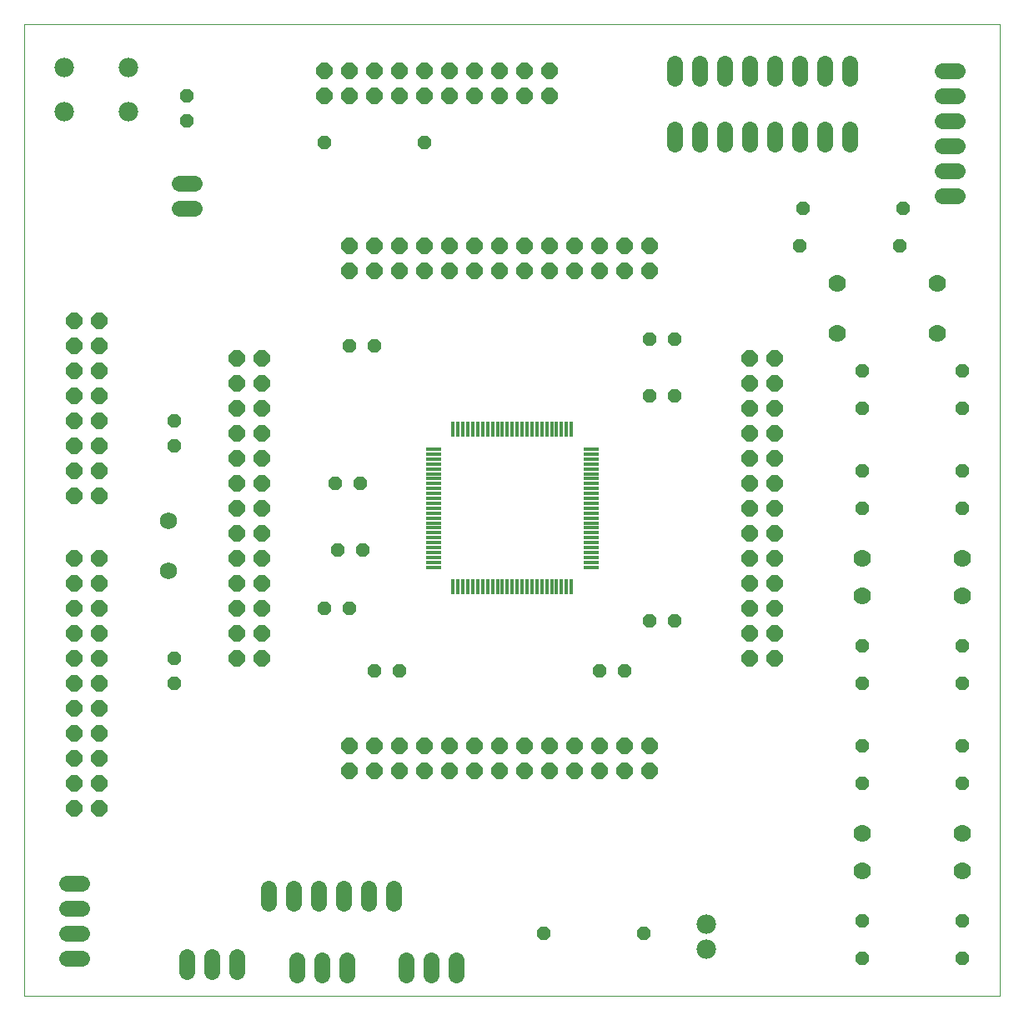
<source format=gts>
G75*
G70*
%OFA0B0*%
%FSLAX24Y24*%
%IPPOS*%
%LPD*%
%AMOC8*
5,1,8,0,0,1.08239X$1,22.5*
%
%ADD10C,0.0000*%
%ADD11C,0.0640*%
%ADD12OC8,0.0560*%
%ADD13OC8,0.0640*%
%ADD14C,0.0690*%
%ADD15C,0.0780*%
%ADD16R,0.0631X0.0158*%
%ADD17R,0.0158X0.0631*%
%ADD18R,0.0631X0.0178*%
%ADD19C,0.0700*%
D10*
X000160Y000930D02*
X000160Y039800D01*
X039152Y039800D01*
X039152Y000930D01*
X000160Y000930D01*
D11*
X001860Y002430D02*
X002460Y002430D01*
X002460Y003430D02*
X001860Y003430D01*
X001860Y004430D02*
X002460Y004430D01*
X002460Y005430D02*
X001860Y005430D01*
X006660Y002480D02*
X006660Y001880D01*
X007660Y001880D02*
X007660Y002480D01*
X008660Y002480D02*
X008660Y001880D01*
X011035Y001755D02*
X011035Y002355D01*
X012035Y002355D02*
X012035Y001755D01*
X013035Y001755D02*
X013035Y002355D01*
X012910Y004630D02*
X012910Y005230D01*
X011910Y005230D02*
X011910Y004630D01*
X010910Y004630D02*
X010910Y005230D01*
X009910Y005230D02*
X009910Y004630D01*
X013910Y004630D02*
X013910Y005230D01*
X014910Y005230D02*
X014910Y004630D01*
X015410Y002355D02*
X015410Y001755D01*
X016410Y001755D02*
X016410Y002355D01*
X017410Y002355D02*
X017410Y001755D01*
X006960Y032430D02*
X006360Y032430D01*
X006360Y033430D02*
X006960Y033430D01*
X026160Y035005D02*
X026160Y035605D01*
X027160Y035605D02*
X027160Y035005D01*
X028160Y035005D02*
X028160Y035605D01*
X029160Y035605D02*
X029160Y035005D01*
X030160Y035005D02*
X030160Y035605D01*
X031160Y035605D02*
X031160Y035005D01*
X032160Y035005D02*
X032160Y035605D01*
X033160Y035605D02*
X033160Y035005D01*
X033160Y037630D02*
X033160Y038230D01*
X032160Y038230D02*
X032160Y037630D01*
X031160Y037630D02*
X031160Y038230D01*
X030160Y038230D02*
X030160Y037630D01*
X029160Y037630D02*
X029160Y038230D01*
X028160Y038230D02*
X028160Y037630D01*
X027160Y037630D02*
X027160Y038230D01*
X026160Y038230D02*
X026160Y037630D01*
X036860Y037930D02*
X037460Y037930D01*
X037460Y036930D02*
X036860Y036930D01*
X036860Y035930D02*
X037460Y035930D01*
X037460Y034930D02*
X036860Y034930D01*
X036860Y033930D02*
X037460Y033930D01*
X037460Y032930D02*
X036860Y032930D01*
D12*
X035285Y032430D03*
X035160Y030930D03*
X031160Y030930D03*
X031285Y032430D03*
X026160Y027180D03*
X025160Y027180D03*
X025160Y024930D03*
X026160Y024930D03*
X033660Y024430D03*
X033660Y025930D03*
X033660Y021930D03*
X033660Y020430D03*
X037660Y020430D03*
X037660Y021930D03*
X037660Y024430D03*
X037660Y025930D03*
X037660Y014930D03*
X037660Y013430D03*
X037660Y010930D03*
X037660Y009430D03*
X033660Y009430D03*
X033660Y010930D03*
X033660Y013430D03*
X033660Y014930D03*
X026160Y015930D03*
X025160Y015930D03*
X024160Y013930D03*
X023160Y013930D03*
X015160Y013930D03*
X014160Y013930D03*
X013160Y016430D03*
X012160Y016430D03*
X012700Y018750D03*
X013700Y018750D03*
X013580Y021430D03*
X012580Y021430D03*
X013160Y026930D03*
X014160Y026930D03*
X012160Y035055D03*
X016160Y035055D03*
X006660Y035930D03*
X006660Y036930D03*
X006160Y023930D03*
X006160Y022930D03*
X006160Y014430D03*
X006160Y013430D03*
X020910Y003430D03*
X024910Y003430D03*
X033660Y003930D03*
X033660Y002430D03*
X037660Y002430D03*
X037660Y003930D03*
D13*
X030160Y014430D03*
X029160Y014430D03*
X029160Y015430D03*
X030160Y015430D03*
X030160Y016430D03*
X029160Y016430D03*
X029160Y017430D03*
X030160Y017430D03*
X030160Y018430D03*
X029160Y018430D03*
X029160Y019430D03*
X030160Y019430D03*
X030160Y020430D03*
X029160Y020430D03*
X029160Y021430D03*
X030160Y021430D03*
X030160Y022430D03*
X029160Y022430D03*
X029160Y023430D03*
X030160Y023430D03*
X030160Y024430D03*
X029160Y024430D03*
X029160Y025430D03*
X030160Y025430D03*
X030160Y026430D03*
X029160Y026430D03*
X025160Y029930D03*
X024160Y029930D03*
X023160Y029930D03*
X022160Y029930D03*
X021160Y029930D03*
X020160Y029930D03*
X019160Y029930D03*
X018160Y029930D03*
X017160Y029930D03*
X016160Y029930D03*
X015160Y029930D03*
X014160Y029930D03*
X013160Y029930D03*
X013160Y030930D03*
X014160Y030930D03*
X015160Y030930D03*
X016160Y030930D03*
X017160Y030930D03*
X018160Y030930D03*
X019160Y030930D03*
X020160Y030930D03*
X021160Y030930D03*
X022160Y030930D03*
X023160Y030930D03*
X024160Y030930D03*
X025160Y030930D03*
X021160Y036930D03*
X020160Y036930D03*
X020160Y037930D03*
X021160Y037930D03*
X019160Y037930D03*
X019160Y036930D03*
X018160Y036930D03*
X018160Y037930D03*
X017160Y037930D03*
X017160Y036930D03*
X016160Y036930D03*
X016160Y037930D03*
X015160Y037930D03*
X015160Y036930D03*
X014160Y036930D03*
X014160Y037930D03*
X013160Y037930D03*
X013160Y036930D03*
X012160Y036930D03*
X012160Y037930D03*
X003160Y027930D03*
X003160Y026930D03*
X003160Y025930D03*
X003160Y024930D03*
X003160Y023930D03*
X003160Y022930D03*
X003160Y021930D03*
X003160Y020930D03*
X002160Y020930D03*
X002160Y021930D03*
X002160Y022930D03*
X002160Y023930D03*
X002160Y024930D03*
X002160Y025930D03*
X002160Y026930D03*
X002160Y027930D03*
X008660Y026430D03*
X009660Y026430D03*
X009660Y025430D03*
X009660Y024430D03*
X008660Y024430D03*
X008660Y025430D03*
X008660Y023430D03*
X008660Y022430D03*
X009660Y022430D03*
X009660Y023430D03*
X009660Y021430D03*
X009660Y020430D03*
X008660Y020430D03*
X008660Y021430D03*
X008660Y019430D03*
X008660Y018430D03*
X009660Y018430D03*
X009660Y019430D03*
X009660Y017430D03*
X009660Y016430D03*
X008660Y016430D03*
X008660Y017430D03*
X008660Y015430D03*
X008660Y014430D03*
X009660Y014430D03*
X009660Y015430D03*
X013160Y010930D03*
X013160Y009930D03*
X014160Y009930D03*
X015160Y009930D03*
X016160Y009930D03*
X017160Y009930D03*
X018160Y009930D03*
X019160Y009930D03*
X020160Y009930D03*
X021160Y009930D03*
X022160Y009930D03*
X023160Y009930D03*
X024160Y009930D03*
X025160Y009930D03*
X025160Y010930D03*
X024160Y010930D03*
X023160Y010930D03*
X022160Y010930D03*
X021160Y010930D03*
X020160Y010930D03*
X019160Y010930D03*
X018160Y010930D03*
X017160Y010930D03*
X016160Y010930D03*
X015160Y010930D03*
X014160Y010930D03*
X003160Y010430D03*
X003160Y011430D03*
X002160Y011430D03*
X002160Y010430D03*
X002160Y009430D03*
X002160Y008430D03*
X003160Y008430D03*
X003160Y009430D03*
X003160Y012430D03*
X003160Y013430D03*
X002160Y013430D03*
X002160Y012430D03*
X002160Y014430D03*
X002160Y015430D03*
X003160Y015430D03*
X003160Y014430D03*
X003160Y016430D03*
X003160Y017430D03*
X002160Y017430D03*
X002160Y016430D03*
X002160Y018430D03*
X003160Y018430D03*
D14*
X005910Y017930D03*
X005910Y019930D03*
D15*
X004315Y036290D03*
X004315Y038070D03*
X001755Y038070D03*
X001755Y036290D03*
X027410Y003805D03*
X027410Y002805D03*
D16*
X022810Y018068D03*
X022810Y018265D03*
X022810Y018462D03*
X022810Y018659D03*
X022810Y018856D03*
X022810Y019052D03*
X022810Y019249D03*
X022810Y019446D03*
X022810Y019643D03*
X022810Y019840D03*
X022810Y020234D03*
X022810Y020430D03*
X022810Y020627D03*
X022810Y020824D03*
X022810Y021021D03*
X022810Y021218D03*
X022810Y021415D03*
X022810Y021611D03*
X022810Y021808D03*
X022810Y022202D03*
X022810Y022399D03*
X022810Y022596D03*
X022810Y022793D03*
X016510Y022793D03*
X016510Y022596D03*
X016510Y022399D03*
X016510Y022202D03*
X016510Y022005D03*
X016510Y021808D03*
X016510Y021611D03*
X016510Y021415D03*
X016510Y021218D03*
X016510Y021021D03*
X016510Y020824D03*
X016510Y020627D03*
X016510Y020430D03*
X016510Y020234D03*
X016510Y020037D03*
X016510Y019840D03*
X016510Y019643D03*
X016510Y019446D03*
X016510Y019249D03*
X016510Y019052D03*
X016510Y018856D03*
X016510Y018659D03*
X016510Y018462D03*
X016510Y018265D03*
X016510Y018068D03*
D17*
X017298Y017281D03*
X017495Y017281D03*
X017691Y017281D03*
X017888Y017281D03*
X018085Y017281D03*
X018282Y017281D03*
X018479Y017281D03*
X018676Y017281D03*
X018873Y017281D03*
X019069Y017281D03*
X019266Y017281D03*
X019463Y017281D03*
X019660Y017281D03*
X019857Y017281D03*
X020054Y017281D03*
X020251Y017281D03*
X020447Y017281D03*
X020644Y017281D03*
X020841Y017281D03*
X021038Y017281D03*
X021235Y017281D03*
X021432Y017281D03*
X021629Y017281D03*
X021825Y017281D03*
X022022Y017281D03*
X022022Y023580D03*
X021825Y023580D03*
X021629Y023580D03*
X021432Y023580D03*
X021235Y023580D03*
X021038Y023580D03*
X020841Y023580D03*
X020644Y023580D03*
X020447Y023580D03*
X020251Y023580D03*
X020054Y023580D03*
X019857Y023580D03*
X019660Y023580D03*
X019463Y023580D03*
X019266Y023580D03*
X019069Y023580D03*
X018873Y023580D03*
X018676Y023580D03*
X018479Y023580D03*
X018282Y023580D03*
X018085Y023580D03*
X017888Y023580D03*
X017691Y023580D03*
X017495Y023580D03*
X017298Y023580D03*
D18*
X022810Y022005D03*
X022810Y020037D03*
D19*
X032660Y027430D03*
X032660Y029430D03*
X036660Y029430D03*
X036660Y027430D03*
X037660Y018430D03*
X037660Y016930D03*
X033660Y016930D03*
X033660Y018430D03*
X033660Y007430D03*
X033660Y005930D03*
X037660Y005930D03*
X037660Y007430D03*
M02*

</source>
